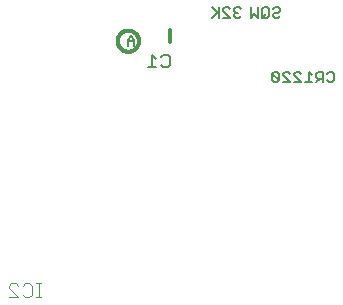
<source format=gbr>
G04 EAGLE Gerber RS-274X export*
G75*
%MOMM*%
%FSLAX34Y34*%
%LPD*%
%INSilkscreen Bottom*%
%IPPOS*%
%AMOC8*
5,1,8,0,0,1.08239X$1,22.5*%
G01*
%ADD10C,0.152400*%
%ADD11C,0.127000*%
%ADD12C,0.304800*%
%ADD13C,0.177800*%
%ADD14C,0.203200*%
%ADD15C,0.101600*%


D10*
X184230Y151729D02*
X185670Y153169D01*
X188551Y153169D01*
X189992Y151729D01*
X189992Y145967D01*
X188551Y144526D01*
X185670Y144526D01*
X184230Y145967D01*
X180637Y144526D02*
X180637Y153169D01*
X176315Y153169D01*
X174875Y151729D01*
X174875Y148848D01*
X176315Y147407D01*
X180637Y147407D01*
X177756Y147407D02*
X174875Y144526D01*
X171282Y150288D02*
X168401Y153169D01*
X168401Y144526D01*
X171282Y144526D02*
X165519Y144526D01*
X161926Y144526D02*
X156164Y144526D01*
X161926Y144526D02*
X156164Y150288D01*
X156164Y151729D01*
X157605Y153169D01*
X160486Y153169D01*
X161926Y151729D01*
X152571Y144526D02*
X146809Y144526D01*
X152571Y144526D02*
X146809Y150288D01*
X146809Y151729D01*
X148250Y153169D01*
X151131Y153169D01*
X152571Y151729D01*
X143216Y151729D02*
X143216Y145967D01*
X143216Y151729D02*
X141776Y153169D01*
X138894Y153169D01*
X137454Y151729D01*
X137454Y145967D01*
X138894Y144526D01*
X141776Y144526D01*
X143216Y145967D01*
X137454Y151729D01*
D11*
X138276Y206170D02*
X139759Y207653D01*
X142725Y207653D01*
X144208Y206170D01*
X144208Y204687D01*
X142725Y203204D01*
X139759Y203204D01*
X138276Y201721D01*
X138276Y200238D01*
X139759Y198755D01*
X142725Y198755D01*
X144208Y200238D01*
X134853Y200238D02*
X134853Y206170D01*
X133370Y207653D01*
X130404Y207653D01*
X128921Y206170D01*
X128921Y200238D01*
X130404Y198755D01*
X133370Y198755D01*
X134853Y200238D01*
X131887Y201721D02*
X128921Y198755D01*
X125497Y198755D02*
X125497Y207653D01*
X122532Y201721D02*
X125497Y198755D01*
X122532Y201721D02*
X119566Y198755D01*
X119566Y207653D01*
X111188Y206170D02*
X109705Y207653D01*
X106739Y207653D01*
X105256Y206170D01*
X105256Y204687D01*
X106739Y203204D01*
X108222Y203204D01*
X106739Y203204D02*
X105256Y201721D01*
X105256Y200238D01*
X106739Y198755D01*
X109705Y198755D01*
X111188Y200238D01*
X101833Y198755D02*
X95901Y198755D01*
X101833Y198755D02*
X95901Y204687D01*
X95901Y206170D01*
X97384Y207653D01*
X100350Y207653D01*
X101833Y206170D01*
X92477Y207653D02*
X92477Y198755D01*
X92477Y201721D02*
X86546Y207653D01*
X90995Y203204D02*
X86546Y198755D01*
D12*
X51308Y188976D02*
X51308Y178816D01*
D13*
X45481Y167776D02*
X43659Y165954D01*
X45481Y167776D02*
X49125Y167776D01*
X50947Y165954D01*
X50947Y158667D01*
X49125Y156845D01*
X45481Y156845D01*
X43659Y158667D01*
X39253Y164133D02*
X35609Y167776D01*
X35609Y156845D01*
X39253Y156845D02*
X31965Y156845D01*
D12*
X6768Y179070D02*
X6771Y179290D01*
X6779Y179511D01*
X6792Y179731D01*
X6811Y179950D01*
X6836Y180169D01*
X6865Y180388D01*
X6900Y180605D01*
X6941Y180822D01*
X6986Y181038D01*
X7037Y181252D01*
X7093Y181465D01*
X7155Y181677D01*
X7221Y181887D01*
X7293Y182095D01*
X7370Y182302D01*
X7452Y182506D01*
X7538Y182709D01*
X7630Y182909D01*
X7727Y183108D01*
X7828Y183303D01*
X7935Y183496D01*
X8046Y183687D01*
X8161Y183874D01*
X8281Y184059D01*
X8406Y184241D01*
X8535Y184419D01*
X8669Y184595D01*
X8806Y184767D01*
X8948Y184935D01*
X9094Y185101D01*
X9244Y185262D01*
X9398Y185420D01*
X9556Y185574D01*
X9717Y185724D01*
X9883Y185870D01*
X10051Y186012D01*
X10223Y186149D01*
X10399Y186283D01*
X10577Y186412D01*
X10759Y186537D01*
X10944Y186657D01*
X11131Y186772D01*
X11322Y186883D01*
X11515Y186990D01*
X11710Y187091D01*
X11909Y187188D01*
X12109Y187280D01*
X12312Y187366D01*
X12516Y187448D01*
X12723Y187525D01*
X12931Y187597D01*
X13141Y187663D01*
X13353Y187725D01*
X13566Y187781D01*
X13780Y187832D01*
X13996Y187877D01*
X14213Y187918D01*
X14430Y187953D01*
X14649Y187982D01*
X14868Y188007D01*
X15087Y188026D01*
X15307Y188039D01*
X15528Y188047D01*
X15748Y188050D01*
X15968Y188047D01*
X16189Y188039D01*
X16409Y188026D01*
X16628Y188007D01*
X16847Y187982D01*
X17066Y187953D01*
X17283Y187918D01*
X17500Y187877D01*
X17716Y187832D01*
X17930Y187781D01*
X18143Y187725D01*
X18355Y187663D01*
X18565Y187597D01*
X18773Y187525D01*
X18980Y187448D01*
X19184Y187366D01*
X19387Y187280D01*
X19587Y187188D01*
X19786Y187091D01*
X19981Y186990D01*
X20174Y186883D01*
X20365Y186772D01*
X20552Y186657D01*
X20737Y186537D01*
X20919Y186412D01*
X21097Y186283D01*
X21273Y186149D01*
X21445Y186012D01*
X21613Y185870D01*
X21779Y185724D01*
X21940Y185574D01*
X22098Y185420D01*
X22252Y185262D01*
X22402Y185101D01*
X22548Y184935D01*
X22690Y184767D01*
X22827Y184595D01*
X22961Y184419D01*
X23090Y184241D01*
X23215Y184059D01*
X23335Y183874D01*
X23450Y183687D01*
X23561Y183496D01*
X23668Y183303D01*
X23769Y183108D01*
X23866Y182909D01*
X23958Y182709D01*
X24044Y182506D01*
X24126Y182302D01*
X24203Y182095D01*
X24275Y181887D01*
X24341Y181677D01*
X24403Y181465D01*
X24459Y181252D01*
X24510Y181038D01*
X24555Y180822D01*
X24596Y180605D01*
X24631Y180388D01*
X24660Y180169D01*
X24685Y179950D01*
X24704Y179731D01*
X24717Y179511D01*
X24725Y179290D01*
X24728Y179070D01*
X24725Y178850D01*
X24717Y178629D01*
X24704Y178409D01*
X24685Y178190D01*
X24660Y177971D01*
X24631Y177752D01*
X24596Y177535D01*
X24555Y177318D01*
X24510Y177102D01*
X24459Y176888D01*
X24403Y176675D01*
X24341Y176463D01*
X24275Y176253D01*
X24203Y176045D01*
X24126Y175838D01*
X24044Y175634D01*
X23958Y175431D01*
X23866Y175231D01*
X23769Y175032D01*
X23668Y174837D01*
X23561Y174644D01*
X23450Y174453D01*
X23335Y174266D01*
X23215Y174081D01*
X23090Y173899D01*
X22961Y173721D01*
X22827Y173545D01*
X22690Y173373D01*
X22548Y173205D01*
X22402Y173039D01*
X22252Y172878D01*
X22098Y172720D01*
X21940Y172566D01*
X21779Y172416D01*
X21613Y172270D01*
X21445Y172128D01*
X21273Y171991D01*
X21097Y171857D01*
X20919Y171728D01*
X20737Y171603D01*
X20552Y171483D01*
X20365Y171368D01*
X20174Y171257D01*
X19981Y171150D01*
X19786Y171049D01*
X19587Y170952D01*
X19387Y170860D01*
X19184Y170774D01*
X18980Y170692D01*
X18773Y170615D01*
X18565Y170543D01*
X18355Y170477D01*
X18143Y170415D01*
X17930Y170359D01*
X17716Y170308D01*
X17500Y170263D01*
X17283Y170222D01*
X17066Y170187D01*
X16847Y170158D01*
X16628Y170133D01*
X16409Y170114D01*
X16189Y170101D01*
X15968Y170093D01*
X15748Y170090D01*
X15528Y170093D01*
X15307Y170101D01*
X15087Y170114D01*
X14868Y170133D01*
X14649Y170158D01*
X14430Y170187D01*
X14213Y170222D01*
X13996Y170263D01*
X13780Y170308D01*
X13566Y170359D01*
X13353Y170415D01*
X13141Y170477D01*
X12931Y170543D01*
X12723Y170615D01*
X12516Y170692D01*
X12312Y170774D01*
X12109Y170860D01*
X11909Y170952D01*
X11710Y171049D01*
X11515Y171150D01*
X11322Y171257D01*
X11131Y171368D01*
X10944Y171483D01*
X10759Y171603D01*
X10577Y171728D01*
X10399Y171857D01*
X10223Y171991D01*
X10051Y172128D01*
X9883Y172270D01*
X9717Y172416D01*
X9556Y172566D01*
X9398Y172720D01*
X9244Y172878D01*
X9094Y173039D01*
X8948Y173205D01*
X8806Y173373D01*
X8669Y173545D01*
X8535Y173721D01*
X8406Y173899D01*
X8281Y174081D01*
X8161Y174266D01*
X8046Y174453D01*
X7935Y174644D01*
X7828Y174837D01*
X7727Y175032D01*
X7630Y175231D01*
X7538Y175431D01*
X7452Y175634D01*
X7370Y175838D01*
X7293Y176045D01*
X7221Y176253D01*
X7155Y176463D01*
X7093Y176675D01*
X7037Y176888D01*
X6986Y177102D01*
X6941Y177318D01*
X6900Y177535D01*
X6865Y177752D01*
X6836Y177971D01*
X6811Y178190D01*
X6792Y178409D01*
X6779Y178629D01*
X6771Y178850D01*
X6768Y179070D01*
D14*
X20531Y180429D02*
X20531Y175006D01*
X20531Y180429D02*
X17820Y183141D01*
X15108Y180429D01*
X15108Y175006D01*
X15108Y179073D02*
X20531Y179073D01*
D15*
X-58224Y-37592D02*
X-62122Y-37592D01*
X-60173Y-37592D02*
X-60173Y-25898D01*
X-58224Y-25898D02*
X-62122Y-25898D01*
X-71867Y-25898D02*
X-73816Y-27847D01*
X-71867Y-25898D02*
X-67969Y-25898D01*
X-66020Y-27847D01*
X-66020Y-35643D01*
X-67969Y-37592D01*
X-71867Y-37592D01*
X-73816Y-35643D01*
X-77714Y-37592D02*
X-85510Y-37592D01*
X-77714Y-37592D02*
X-85510Y-29796D01*
X-85510Y-27847D01*
X-83561Y-25898D01*
X-79663Y-25898D01*
X-77714Y-27847D01*
M02*

</source>
